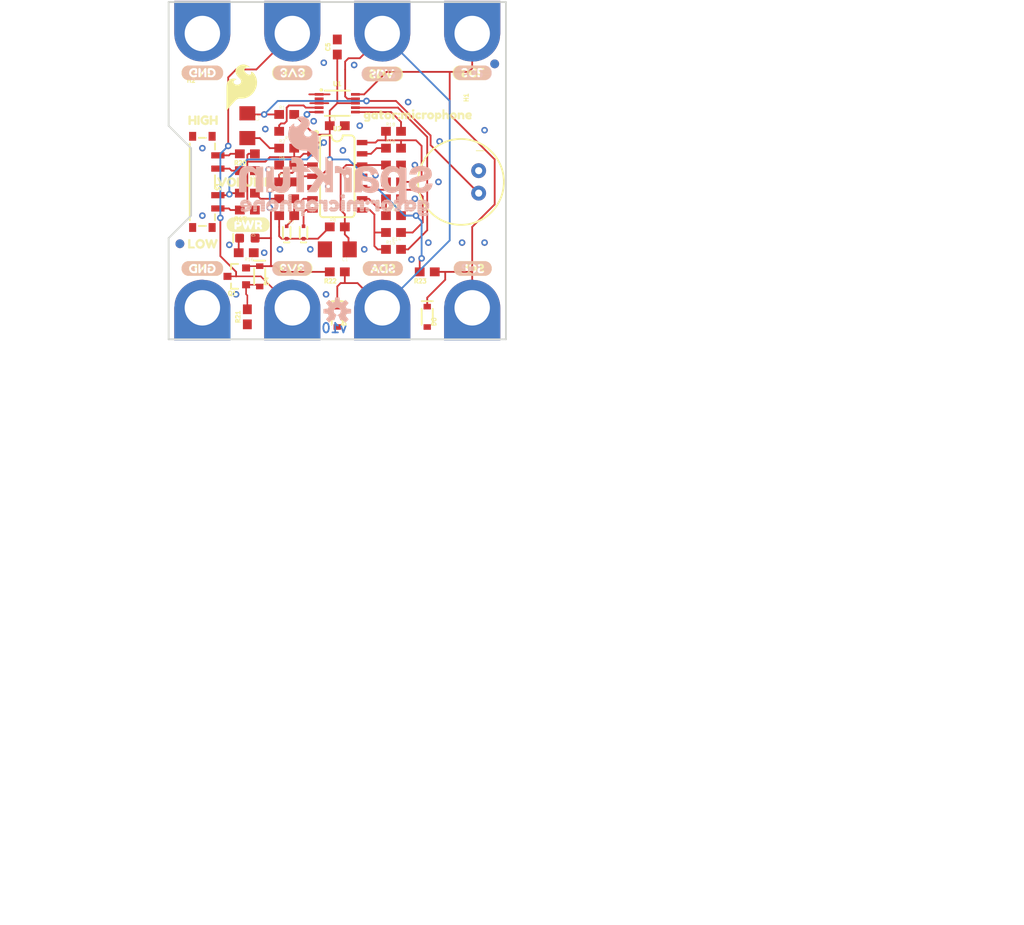
<source format=kicad_pcb>
(kicad_pcb (version 20211014) (generator pcbnew)
  (layers (0 "F.Cu" signal) (31 "B.Cu" signal) (34 "B.Paste" user) (35 "F.Paste" user) (36 "B.SilkS" user "B.Silkscreen") (37 "F.SilkS" user "F.Silkscreen") (38 "B.Mask" user) (39 "F.Mask" user) (44 "Edge.Cuts" user))
  (net 0 "")
  (net 1 "GND")
  (net 2 "N$1")
  (net 3 "N$2")
  (net 4 "AUDIO")
  (net 5 "N$4")
  (net 6 "N$5")
  (net 7 "N$6")
  (net 8 "N$7")
  (net 9 "N$8")
  (net 10 "N$9")
  (net 11 "N$10")
  (net 12 "N$11")
  (net 13 "AMPENV")
  (net 14 "N$15")
  (net 15 "N$16")
  (net 16 "N$17")
  (net 17 "GATE")
  (net 18 "N$3")
  (net 19 "ENVELOPE")
  (net 20 "N$")
  (net 21 "3.3V")
  (net 22 "N$13")
  (net 23 "N$14")
  (net 24 "N$18")
  (net 25 "SDA")
  (net 26 "SCL")
  (net 27 "N$19")
  (net 28 "N$20")
  (net 29 "N$12")
  (footprint "boardEagle:0603" (layer "F.Cu") (at 148.5011 111.3536)
    (fp_text reference "R8")
    (fp_text value "100")
  )
  (footprint "boardEagle:SOT23-3" (layer "F.Cu") (at 137.1981 116.9416 90)
    (fp_text reference "Q1")
    (fp_text value "2.5A/30V/105mΩ")
  )
  (footprint "boardEagle:3V31" (layer "F.Cu") (at 145.7071 93.9546 180)
    (fp_text reference "U$11" hide)
    (fp_text value "" hide)
  )
  (footprint "boardEagle:GATOR_MINI" (layer "F.Cu") (at 153.5811 89.7636 180)
    (fp_text reference "J6" hide)
    (fp_text value "GATORGATOR_MINI" hide)
  )
  (footprint "boardEagle:0603" (layer "F.Cu") (at 142.7861 110.0836 180)
    (fp_text reference "R7")
    (fp_text value "22k")
  )
  (footprint "boardEagle:0603" (layer "F.Cu") (at 142.7861 108.1786)
    (fp_text reference "R4")
    (fp_text value "10k")
  )
  (footprint "boardEagle:0603" (layer "F.Cu") (at 154.8511 113.8936)
    (fp_text reference "R15")
    (fp_text value "100")
  )
  (footprint "boardEagle:0603" (layer "F.Cu") (at 138.3411 109.4486 180)
    (fp_text reference "R17")
    (fp_text value "10k")
  )
  (footprint "boardEagle:0603" (layer "F.Cu") (at 142.7861 104.3686)
    (fp_text reference "R6")
    (fp_text value "10k")
  )
  (footprint "boardEagle:SOD-323" (layer "F.Cu") (at 148.5011 121.5136 -90)
    (fp_text reference "D5")
    (fp_text value "3.6V")
  )
  (footprint "boardEagle:STAND-OFF-TIGHT" (layer "F.Cu") (at 131.9911 96.7486)
    (fp_text reference "H2")
    (fp_text value "STAND-OFFTIGHT")
  )
  (footprint "boardEagle:0603" (layer "F.Cu") (at 138.2141 114.2746 180)
    (fp_text reference "R16")
    (fp_text value "1k")
  )
  (footprint "boardEagle:0603" (layer "F.Cu") (at 154.8511 110.0836)
    (fp_text reference "R11")
    (fp_text value "100k")
  )
  (footprint "boardEagle:SDA2" (layer "F.Cu") (at 151.2951 116.0526)
    (fp_text reference "U$3" hide)
    (fp_text value "" hide)
  )
  (footprint "boardEagle:0603" (layer "F.Cu") (at 142.7861 100.5586 180)
    (fp_text reference "R19")
    (fp_text value "100")
  )
  (footprint "boardEagle:STAND-OFF-TIGHT" (layer "F.Cu") (at 165.0111 96.7486 90)
    (fp_text reference "H1")
    (fp_text value "STAND-OFFTIGHT")
  )
  (footprint "boardEagle:GATOR_MINI" (layer "F.Cu") (at 153.5811 120.2436)
    (fp_text reference "J3" hide)
    (fp_text value "GATORGATOR_MINI" hide)
  )
  (footprint "boardEagle:0603" (layer "F.Cu") (at 138.3411 107.5436)
    (fp_text reference "C4")
    (fp_text value "1.0uF")
  )
  (footprint "boardEagle:SOD-323" (layer "F.Cu") (at 139.7381 116.9416 -90)
    (fp_text reference "D4")
    (fp_text value "3.6V")
  )
  (footprint "boardEagle:VOLUME2" (layer "F.Cu") (at 134.0231 106.2736)
    (fp_text reference "U$16" hide)
    (fp_text value "" hide)
  )
  (footprint "boardEagle:ORDERING_INSTRUCTIONS" (layer "F.Cu") (at 124.3711 139.2936)
    (fp_text reference "U$22" hide)
    (fp_text value "" hide)
  )
  (footprint "boardEagle:SO14" (layer "F.Cu") (at 148.5011 105.0036 -90)
    (fp_text reference "U2")
    (fp_text value "LMV324")
  )
  (footprint "boardEagle:GATOR_MINI" (layer "F.Cu") (at 143.4211 120.2436)
    (fp_text reference "J4" hide)
    (fp_text value "GATORGATOR_MINI" hide)
  )
  (footprint "boardEagle:GATOR_MINI" (layer "F.Cu") (at 163.7411 120.2436)
    (fp_text reference "J2" hide)
    (fp_text value "GATORGATOR_MINI" hide)
  )
  (footprint "boardEagle:SFE_LOGO_FLAME_.2" (layer "F.Cu") (at 137.7061 95.6056)
    (fp_text reference "LOGO3" hide)
    (fp_text value "SFE_LOGO_FLAME.2_INCH" hide)
  )
  (footprint "boardEagle:0603" (layer "F.Cu") (at 138.3411 121.5136 90)
    (fp_text reference "R21")
    (fp_text value "10k")
  )
  (footprint "boardEagle:0603" (layer "F.Cu") (at 154.8511 102.4636)
    (fp_text reference "R10")
    (fp_text value "1k")
  )
  (footprint "boardEagle:MSOP10" (layer "F.Cu") (at 148.5011 97.3836 -90)
    (fp_text reference "U1")
    (fp_text value "ADS1015")
  )
  (footprint "boardEagle:0603" (layer "F.Cu") (at 138.3411 105.0036 180)
    (fp_text reference "R3")
    (fp_text value "100k")
  )
  (footprint "boardEagle:GATOR_MINI" (layer "F.Cu") (at 163.7411 89.7636 180)
    (fp_text reference "J7" hide)
    (fp_text value "GATORGATOR_MINI" hide)
  )
  (footprint "boardEagle:MIC-9.7MM" (layer "F.Cu") (at 162.4711 106.2736 180)
    (fp_text reference "MIC1" hide)
    (fp_text value "MIC9.7MM" hide)
  )
  (footprint "boardEagle:HIGH0" (layer "F.Cu") (at 130.7211 99.2886)
    (fp_text reference "U$21" hide)
    (fp_text value "" hide)
  )
  (footprint "boardEagle:GATOR#MICROPHONE1" (layer "F.Cu") (at 150.5331 98.6536)
    (fp_text reference "U$14" hide)
    (fp_text value "" hide)
  )
  (footprint "boardEagle:PWR0" (layer "F.Cu") (at 135.9281 111.0996)
    (fp_text reference "U$4" hide)
    (fp_text value "" hide)
  )
  (footprint "boardEagle:0603" (layer "F.Cu") (at 154.8511 111.9886 180)
    (fp_text reference "R14")
    (fp_text value "100k")
  )
  (footprint "boardEagle:SWITCH_SP3T_SMD" (layer "F.Cu") (at 133.2611 106.2736 90)
    (fp_text reference "S1")
    (fp_text value "")
  )
  (footprint "boardEagle:0603" (layer "F.Cu") (at 142.7861 106.2736)
    (fp_text reference "R5")
    (fp_text value "10k")
  )
  (footprint "boardEagle:LED-0603" (layer "F.Cu") (at 138.3411 112.6236 180)
    (fp_text reference "D3")
    (fp_text value "RED")
  )
  (footprint "boardEagle:FIDUCIAL-1X2" (layer "F.Cu") (at 130.7211 113.2586)
    (fp_text reference "FID3" hide)
    (fp_text value "FIDUCIAL1X2" hide)
  )
  (footprint "boardEagle:GATOR_MINI" (layer "F.Cu") (at 143.4211 89.7636 180)
    (fp_text reference "J8" hide)
    (fp_text value "GATORGATOR_MINI" hide)
  )
  (footprint "boardEagle:SCL1" (layer "F.Cu") (at 161.5821 116.0526)
    (fp_text reference "U$2" hide)
    (fp_text value "" hide)
  )
  (footprint "boardEagle:GND0" (layer "F.Cu") (at 130.8481 116.0526)
    (fp_text reference "U$5" hide)
    (fp_text value "" hide)
  )
  (footprint "boardEagle:1206@1" (layer "F.Cu") (at 148.5011 113.8936 180)
    (fp_text reference "C1")
    (fp_text value "10uF")
  )
  (footprint "boardEagle:GATOR_MINI" (layer "F.Cu") (at 133.2611 120.2436)
    (fp_text reference "J5" hide)
    (fp_text value "GATORGATOR_MINI" hide)
  )
  (footprint "boardEagle:0603" (layer "F.Cu") (at 148.5011 91.0336 90)
    (fp_text reference "C5")
    (fp_text value "0.1uF")
  )
  (footprint "boardEagle:SOD-323" (layer "F.Cu") (at 158.6611 121.5136 -90)
    (fp_text reference "D6")
    (fp_text value "3.6V")
  )
  (footprint "boardEagle:0603" (layer "F.Cu") (at 148.5011 116.4336 180)
    (fp_text reference "R22")
    (fp_text value "10k")
  )
  (footprint "boardEagle:0603" (layer "F.Cu") (at 154.8511 108.1786 180)
    (fp_text reference "R12")
    (fp_text value "3.3k")
  )
  (footprint "boardEagle:LOW1" (layer "F.Cu") (at 130.7211 113.2586)
    (fp_text reference "U$15" hide)
    (fp_text value "" hide)
  )
  (footprint "boardEagle:0603" (layer "F.Cu") (at 154.8511 106.2736 180)
    (fp_text reference "R13")
    (fp_text value "1k")
  )
  (footprint "boardEagle:GND0" (layer "F.Cu") (at 135.6741 93.9546 180)
    (fp_text reference "U$10" hide)
    (fp_text value "" hide)
  )
  (footprint "boardEagle:0603" (layer "F.Cu") (at 142.7861 102.4636)
    (fp_text reference "R2")
    (fp_text value "1k")
  )
  (footprint "boardEagle:CREATIVE_COMMONS" (layer "F.Cu") (at 130.7211 134.2136)
    (fp_text reference "FRAME1" hide)
    (fp_text value "FRAME-LETTER" hide)
  )
  (footprint "boardEagle:SDA2" (layer "F.Cu") (at 155.9941 94.0816 180)
    (fp_text reference "U$12" hide)
    (fp_text value "" hide)
  )
  (footprint "boardEagle:GATOR_MINI" (layer "F.Cu") (at 133.2611 89.7636 180)
    (fp_text reference "J1" hide)
    (fp_text value "GATORGATOR_MINI" hide)
  )
  (footprint "boardEagle:1206@1" (layer "F.Cu") (at 138.3411 99.9236 -90)
    (fp_text reference "C2")
    (fp_text value "10uF")
  )
  (footprint "boardEagle:3V31" (layer "F.Cu") (at 141.1351 116.0526)
    (fp_text reference "U$1" hide)
    (fp_text value "" hide)
  )
  (footprint "boardEagle:0603" (layer "F.Cu") (at 142.7861 98.6536)
    (fp_text reference "R1")
    (fp_text value "2.2k")
  )
  (footprint "boardEagle:0603" (layer "F.Cu") (at 158.6611 116.4336 180)
    (fp_text reference "R23")
    (fp_text value "10k")
  )
  (footprint "boardEagle:0603" (layer "F.Cu") (at 154.8511 100.5586)
    (fp_text reference "R18")
    (fp_text value "100")
  )
  (footprint "boardEagle:0603" (layer "F.Cu") (at 154.8511 104.3686 180)
    (fp_text reference "R9")
    (fp_text value "10k")
  )
  (footprint "boardEagle:SOD-523" (layer "F.Cu") (at 142.7861 111.9886 -90)
    (fp_text reference "D1" hide)
    (fp_text value "120mA/40V/370mV" hide)
  )
  (footprint "boardEagle:0603" (layer "F.Cu") (at 138.3411 103.0986 180)
    (fp_text reference "R20")
    (fp_text value "1M")
  )
  (footprint "boardEagle:SCL1" (layer "F.Cu") (at 165.9001 93.9546 180)
    (fp_text reference "U$13" hide)
    (fp_text value "" hide)
  )
  (footprint "boardEagle:SOD-523" (layer "F.Cu") (at 144.6911 111.9886 -90)
    (fp_text reference "D2" hide)
    (fp_text value "120mA/40V/370mV" hide)
  )
  (footprint "boardEagle:0603" (layer "F.Cu") (at 148.5011 99.9236)
    (fp_text reference "C3")
    (fp_text value "1.0uF")
  )
  (footprint "boardEagle:FIDUCIAL-1X2" (layer "F.Cu") (at 166.2811 92.9386)
    (fp_text reference "FID4" hide)
    (fp_text value "FIDUCIAL1X2" hide)
  )
  (footprint "boardEagle:GND0" (layer "B.Cu") (at 130.8481 93.9546)
    (fp_text reference "U$17" hide)
    (fp_text value "" hide)
  )
  (footprint "boardEagle:SCL1" (layer "B.Cu") (at 166.0271 116.0526 180)
    (fp_text reference "U$9" hide)
    (fp_text value "" hide)
  )
  (footprint "boardEagle:3V31" (layer "B.Cu") (at 141.1351 93.9546)
    (fp_text reference "U$18" hide)
    (fp_text value "" hide)
  )
  (footprint "boardEagle:OSHW-LOGO-S" (layer "B.Cu") (at 148.5011 120.8786 180)
    (fp_text reference "LOGO1" hide)
    (fp_text value "OSHW-LOGOS" hide)
  )
  (footprint "boardEagle:GND0" (layer "B.Cu") (at 135.6741 116.0526 180)
    (fp_text reference "U$6" hide)
    (fp_text value "" hide)
  )
  (footprint "boardEagle:FIDUCIAL-1X2" (layer "B.Cu") (at 166.2811 92.9386 180)
    (fp_text reference "FID2" hide)
    (fp_text value "FIDUCIAL1X2" hide)
  )
  (footprint "boardEagle:SDA2" (layer "B.Cu") (at 155.9941 116.0526 180)
    (fp_text reference "U$8" hide)
    (fp_text value "" hide)
  )
  (footprint "boardEagle:SDA2" (layer "B.Cu") (at 151.1681 94.0816)
    (fp_text reference "U$19" hide)
    (fp_text value "" hide)
  )
  (footprint "boardEagle:GATOR#MICROPHONE0" (layer "B.Cu") (at 160.5661 108.6866 180)
    (fp_text reference "U$24" hide)
    (fp_text value "" hide)
  )
  (footprint "boardEagle:3V31" (layer "B.Cu") (at 145.7071 116.0526 180)
    (fp_text reference "U$7" hide)
    (fp_text value "" hide)
  )
  (footprint "boardEagle:FIDUCIAL-1X2" (layer "B.Cu") (at 130.7211 113.2586 180)
    (fp_text reference "FID1" hide)
    (fp_text value "FIDUCIAL1X2" hide)
  )
  (footprint "boardEagle:SFE_LOGO_NAME_FLAME_.2" (layer "B.Cu") (at 148.2471 106.2736 180)
    (fp_text reference "LOGO2" hide)
    (fp_text value "SFE_LOGO_NAME_FLAME.2_INCH" hide)
  )
  (footprint "boardEagle:PAD.03X.03" (layer "B.Cu") (at 145.0721 98.6536 180)
    (fp_text reference "TP1" hide)
    (fp_text value "TEST-POINT3" hide)
  )
  (footprint "boardEagle:SCL1" (layer "B.Cu") (at 161.5821 93.9546)
    (fp_text reference "U$20" hide)
    (fp_text value "" hide)
  )
  (gr_line (start 129.4511 85.9536) (end 129.4511 99.9236) (layer "Edge.Cuts") (width 0.2032))
  (gr_line (start 129.4511 99.9236) (end 131.9911 102.4636) (layer "Edge.Cuts") (width 0.2032))
  (gr_line (start 167.5511 85.9536) (end 129.4511 85.9536) (layer "Edge.Cuts") (width 0.2032))
  (gr_line (start 131.9911 102.4636) (end 131.9911 110.0836) (layer "Edge.Cuts") (width 0.2032))
  (gr_line (start 167.5511 124.0536) (end 167.5511 85.9536) (layer "Edge.Cuts") (width 0.2032))
  (gr_line (start 131.9911 110.0836) (end 129.4511 112.6236) (layer "Edge.Cuts") (width 0.2032))
  (gr_line (start 129.4511 124.0536) (end 167.5511 124.0536) (layer "Edge.Cuts") (width 0.2032))
  (gr_line (start 129.4511 112.6236) (end 129.4511 124.0536) (layer "Edge.Cuts") (width 0.2032))
  (gr_text "v10" (at 146.5961 122.7836) (layer "B.Cu") (effects (font (size 1.0795 1.0795) (thickness 0.1905)) (justify right mirror)))
  (segment (start 146.4511 97.3836) (end 145.4531 97.3836) (width 0.2032) (layer "F.Cu") (net 1))
  (segment (start 146.4511 96.3836) (end 147.6281 96.3836) (width 0.2032) (layer "F.Cu") (net 1))
  (segment (start 146.4511 97.3836) (end 147.4851 97.3836) (width 0.2032) (layer "F.Cu") (net 1))
  (segment (start 146.4511 96.3836) (end 145.3421 96.3836) (width 0.2032) (layer "F.Cu") (net 1))
  (via (at 140.2461 114.2746) (size 0.7366) (drill 0.381) (layers "F.Cu" "B.Cu") (net 1))
  (via (at 140.7541 104.8766) (size 0.7366) (drill 0.381) (layers "F.Cu" "B.Cu") (net 1))
  (via (at 151.0411 99.9236) (size 0.7366) (drill 0.381) (layers "F.Cu" "B.Cu") (net 1))
  (via (at 145.8341 99.4156) (size 0.7366) (drill 0.381) (layers "F.Cu" "B.Cu") (net 1))
  (via (at 133.2611 110.0836) (size 0.7366) (drill 0.381) (layers "F.Cu" "B.Cu") (net 1))
  (via (at 133.2611 102.4636) (size 0.7366) (drill 0.381) (layers "F.Cu" "B.Cu") (net 1))
  (via (at 156.8831 115.0366) (size 0.7366) (drill 0.381) (layers "F.Cu" "B.Cu") (net 1))
  (via (at 146.9771 92.8116) (size 0.7366) (drill 0.381) (layers "F.Cu" "B.Cu") (net 1))
  (via (at 165.1381 100.4316) (size 0.7366) (drill 0.381) (layers "F.Cu" "B.Cu") (net 1))
  (via (at 157.2641 108.1786) (size 0.7366) (drill 0.381) (layers "F.Cu" "B.Cu") (net 1))
  (via (at 162.5981 113.1316) (size 0.7366) (drill 0.381) (layers "F.Cu" "B.Cu") (net 1))
  (via (at 152.8191 105.5116) (size 0.7366) (drill 0.381) (layers "F.Cu" "B.Cu") (net 1))
  (via (at 157.2641 104.3686) (size 0.7366) (drill 0.381) (layers "F.Cu" "B.Cu") (net 1))
  (via (at 151.5491 113.8936) (size 0.7366) (drill 0.381) (layers "F.Cu" "B.Cu") (net 1))
  (via (at 149.6441 105.6386) (size 0.7366) (drill 0.381) (layers "F.Cu" "B.Cu") (net 1))
  (via (at 147.4851 106.7816) (size 0.7366) (drill 0.381) (layers "F.Cu" "B.Cu") (net 1))
  (via (at 142.0241 113.8936) (size 0.7366) (drill 0.381) (layers "F.Cu" "B.Cu") (net 1))
  (via (at 140.3731 100.3046) (size 0.7366) (drill 0.381) (layers "F.Cu" "B.Cu") (net 1))
  (via (at 158.7881 113.1316) (size 0.7366) (drill 0.381) (layers "F.Cu" "B.Cu") (net 1))
  (via (at 147.2311 118.9736) (size 0.7366) (drill 0.381) (layers "F.Cu" "B.Cu") (net 1))
  (via (at 165.1381 113.1316) (size 0.7366) (drill 0.381) (layers "F.Cu" "B.Cu") (net 1))
  (via (at 136.3091 113.3856) (size 0.7366) (drill 0.381) (layers "F.Cu" "B.Cu") (net 1))
  (via (at 145.4531 113.8936) (size 0.7366) (drill 0.381) (layers "F.Cu" "B.Cu") (net 1))
  (via (at 160.0581 101.7016) (size 0.7366) (drill 0.381) (layers "F.Cu" "B.Cu") (net 1))
  (via (at 137.0711 118.9736) (size 0.7366) (drill 0.381) (layers "F.Cu" "B.Cu") (net 1))
  (via (at 156.5021 97.2566) (size 0.7366) (drill 0.381) (layers "F.Cu" "B.Cu") (net 1))
  (via (at 149.1361 102.7176) (size 0.7366) (drill 0.381) (layers "F.Cu" "B.Cu") (net 1))
  (via (at 159.9311 106.2736) (size 0.7366) (drill 0.381) (layers "F.Cu" "B.Cu") (net 1))
  (via (at 150.4061 93.0656) (size 0.7366) (drill 0.381) (layers "F.Cu" "B.Cu") (net 1))
  (segment (start 138.4711 98.6536) (end 138.3411 98.5236) (width 0.2032) (layer "F.Cu") (net 2))
  (segment (start 140.2461 98.6536) (end 138.4711 98.6536) (width 0.2032) (layer "F.Cu") (net 2))
  (segment (start 159.0421 101.035782) (end 155.135918 97.1296) (width 0.2032) (layer "F.Cu") (net 2))
  (segment (start 141.9361 98.6536) (end 140.2461 98.6536) (width 0.2032) (layer "F.Cu") (net 2))
  (segment (start 164.4711 107.5436) (end 159.0421 102.1146) (width 0.2032) (layer "F.Cu") (net 2))
  (segment (start 159.0421 102.1146) (end 159.0421 101.035782) (width 0.2032) (layer "F.Cu") (net 2))
  (segment (start 155.135918 97.1296) (end 151.8031 97.1296) (width 0.2032) (layer "F.Cu") (net 2))
  (via (at 151.8031 97.1296) (size 0.7366) (drill 0.381) (layers "F.Cu" "B.Cu") (net 2))
  (via (at 140.2461 98.6536) (size 0.7366) (drill 0.381) (layers "F.Cu" "B.Cu") (net 2))
  (segment (start 141.7701 97.1296) (end 140.2461 98.6536) (width 0.2032) (layer "B.Cu") (net 2))
  (segment (start 151.8031 97.1296) (end 141.7701 97.1296) (width 0.2032) (layer "B.Cu") (net 2))
  (segment (start 143.6361 104.3686) (end 145.7011 104.3686) (width 0.2032) (layer "F.Cu") (net 3))
  (segment (start 142.1511 105.2576) (end 141.9361 105.4726) (width 0.2032) (layer "F.Cu") (net 3))
  (segment (start 143.6361 104.3686) (end 143.6361 105.0426) (width 0.2032) (layer "F.Cu") (net 3))
  (segment (start 143.4211 105.2576) (end 142.1511 105.2576) (width 0.2032) (layer "F.Cu") (net 3))
  (segment (start 141.9361 105.4726) (end 141.9361 106.2736) (width 0.2032) (layer "F.Cu") (net 3))
  (segment (start 143.6361 105.0426) (end 143.4211 105.2576) (width 0.2032) (layer "F.Cu") (net 3))
  (segment (start 145.9611 97.8836) (end 146.4511 97.8836) (width 0.2032) (layer "F.Cu") (net 4))
  (segment (start 145.9611 97.8836) (end 144.9371 97.8836) (width 0.2032) (layer "F.Cu") (net 4))
  (segment (start 142.7861 97.8916) (end 142.7861 99.4156) (width 0.2032) (layer "F.Cu") (net 4))
  (segment (start 143.0401 97.6376) (end 142.7861 97.8916) (width 0.2032) (layer "F.Cu") (net 4))
  (segment (start 143.0401 97.6376) (end 142.7861 97.8916) (width 0.2032) (layer "F.Cu") (net 4))
  (segment (start 142.1511 99.6696) (end 141.9361 99.8846) (width 0.2032) (layer "F.Cu") (net 4))
  (segment (start 142.7861 99.4156) (end 142.5321 99.6696) (width 0.2032) (layer "F.Cu") (net 4))
  (segment (start 144.6911 97.6376) (end 143.0401 97.6376) (width 0.2032) (layer "F.Cu") (net 4))
  (segment (start 141.9361 99.8846) (end 141.9361 100.5586) (width 0.2032) (layer "F.Cu") (net 4))
  (segment (start 142.5321 99.6696) (end 142.1511 99.6696) (width 0.2032) (layer "F.Cu") (net 4))
  (segment (start 144.9371 97.8836) (end 144.6911 97.6376) (width 0.2032) (layer "F.Cu") (net 4))
  (segment (start 140.8811 103.4796) (end 140.3731 103.9876) (width 0.2032) (layer "F.Cu") (net 5))
  (segment (start 140.3731 103.9876) (end 138.3411 103.9876) (width 0.2032) (layer "F.Cu") (net 5))
  (segment (start 144.3101 103.4796) (end 144.6911 103.0986) (width 0.2032) (layer "F.Cu") (net 5))
  (segment (start 144.3101 103.4796) (end 143.6751 103.4796) (width 0.2032) (layer "F.Cu") (net 5))
  (segment (start 139.1911 105.0036) (end 138.3411 105.0036) (width 0.2032) (layer "F.Cu") (net 5))
  (segment (start 139.1911 109.4486) (end 138.3411 108.5986) (width 0.2032) (layer "F.Cu") (net 5))
  (segment (start 138.3411 108.5986) (end 138.3411 105.0036) (width 0.2032) (layer "F.Cu") (net 5))
  (segment (start 138.3411 103.9876) (end 138.3411 103.2256) (width 0.2032) (layer "F.Cu") (net 5))
  (segment (start 138.3411 105.0036) (end 138.3411 103.9876) (width 0.2032) (layer "F.Cu") (net 5))
  (segment (start 144.6911 103.0986) (end 145.7011 103.0986) (width 0.2032) (layer "F.Cu") (net 5))
  (segment (start 138.4681 103.0986) (end 139.1911 103.0986) (width 0.2032) (layer "F.Cu") (net 5))
  (segment (start 143.6751 103.4796) (end 140.8811 103.4796) (width 0.2032) (layer "F.Cu") (net 5))
  (segment (start 143.6361 103.4406) (end 143.6751 103.4796) (width 0.2032) (layer "F.Cu") (net 5))
  (segment (start 143.6361 102.4636) (end 143.6361 103.4406) (width 0.2032) (layer "F.Cu") (net 5))
  (segment (start 138.3411 103.2256) (end 138.4681 103.0986) (width 0.2032) (layer "F.Cu") (net 5))
  (segment (start 140.8811 102.4636) (end 139.7411 101.3236) (width 0.2032) (layer "F.Cu") (net 6))
  (segment (start 141.9361 102.4636) (end 140.8811 102.4636) (width 0.2032) (layer "F.Cu") (net 6))
  (segment (start 139.7411 101.3236) (end 138.3411 101.3236) (width 0.2032) (layer "F.Cu") (net 6))
  (segment (start 139.1911 107.5436) (end 139.8261 108.1786) (width 0.2032) (layer "F.Cu") (net 7))
  (segment (start 139.8261 108.1786) (end 141.9361 108.1786) (width 0.2032) (layer "F.Cu") (net 7))
  (segment (start 143.6361 110.3766) (end 142.7861 111.2266) (width 0.2032) (layer "F.Cu") (net 8))
  (segment (start 142.7861 111.2266) (end 142.7861 111.2886) (width 0.2032) (layer "F.Cu") (net 8))
  (segment (start 143.6361 108.1786) (end 143.6361 108.5596) (width 0.2032) (layer "F.Cu") (net 8))
  (segment (start 143.6361 110.0836) (end 143.6361 110.3766) (width 0.2032) (layer "F.Cu") (net 8))
  (segment (start 144.3101 108.5596) (end 143.6361 108.5596) (width 0.2032) (layer "F.Cu") (net 8))
  (segment (start 143.6361 108.5596) (end 143.6361 110.0836) (width 0.2032) (layer "F.Cu") (net 8))
  (segment (start 145.7011 108.1786) (end 144.6911 108.1786) (width 0.2032) (layer "F.Cu") (net 8))
  (segment (start 144.6911 108.1786) (end 144.3101 108.5596) (width 0.2032) (layer "F.Cu") (net 8))
  (segment (start 145.7011 109.4486) (end 144.9451 109.4486) (width 0.2032) (layer "F.Cu") (net 9))
  (segment (start 144.9451 109.4486) (end 144.6911 109.7026) (width 0.2032) (layer "F.Cu") (net 9))
  (segment (start 144.6911 109.7026) (end 144.6911 111.2886) (width 0.2032) (layer "F.Cu") (net 9))
  (segment (start 142.7861 112.6886) (end 144.6911 112.6886) (width 0.2032) (layer "F.Cu") (net 10))
  (segment (start 141.9361 111.3536) (end 141.9361 112.4086) (width 0.2032) (layer "F.Cu") (net 10))
  (segment (start 141.9361 112.4086) (end 142.2161 112.6886) (width 0.2032) (layer "F.Cu") (net 10))
  (segment (start 142.2161 112.6886) (end 142.7861 112.6886) (width 0.2032) (layer "F.Cu") (net 10))
  (segment (start 144.6911 112.6886) (end 146.3161 112.6886) (width 0.2032) (layer "F.Cu") (net 10))
  (segment (start 146.3161 112.6886) (end 147.6511 111.3536) (width 0.2032) (layer "F.Cu") (net 10))
  (segment (start 141.9361 110.0836) (end 141.9361 111.3536) (width 0.2032) (layer "F.Cu") (net 10))
  (segment (start 148.8821 105.0036) (end 148.8821 109.4486) (width 0.2032) (layer "F.Cu") (net 11))
  (segment (start 149.3511 112.2036) (end 149.3511 111.3536) (width 0.2032) (layer "F.Cu") (net 11))
  (segment (start 149.7711 113.7636) (end 149.7711 112.6236) (width 0.2032) (layer "F.Cu") (net 11))
  (segment (start 148.8821 109.4486) (end 149.3511 109.9176) (width 0.2032) (layer "F.Cu") (net 11))
  (segment (start 149.5171 104.3686) (end 148.8821 105.0036) (width 0.2032) (layer "F.Cu") (net 11))
  (segment (start 151.3011 104.3686) (end 154.0011 104.3686) (width 0.2032) (layer "F.Cu") (net 11))
  (segment (start 149.9011 113.8936) (end 149.7711 113.7636) (width 0.2032) (layer "F.Cu") (net 11))
  (segment (start 149.3511 109.9176) (end 149.3511 111.3536) (width 0.2032) (layer "F.Cu") (net 11))
  (segment (start 151.3011 104.3686) (end 149.5171 104.3686) (width 0.2032) (layer "F.Cu") (net 11))
  (segment (start 149.7711 112.6236) (end 149.3511 112.2036) (width 0.2032) (layer "F.Cu") (net 11))
  (segment (start 151.3011 103.0986) (end 152.3111 103.0986) (width 0.2032) (layer "F.Cu") (net 12))
  (segment (start 152.9461 102.4636) (end 154.0011 102.4636) (width 0.2032) (layer "F.Cu") (net 12))
  (segment (start 152.3111 103.0986) (end 152.9461 102.4636) (width 0.2032) (layer "F.Cu") (net 12))
  (segment (start 153.0731 101.5746) (end 152.8191 101.8286) (width 0.2032) (layer "F.Cu") (net 13))
  (segment (start 157.3911 106.2736) (end 158.0261 105.6386) (width 0.2032) (layer "F.Cu") (net 13))
  (segment (start 152.8191 101.8286) (end 151.3011 101.8286) (width 0.2032) (layer "F.Cu") (net 13))
  (segment (start 153.9621 100.5976) (end 153.9621 101.5746) (width 0.2032) (layer "F.Cu") (net 13))
  (segment (start 155.7011 102.4636) (end 155.7011 101.6136) (width 0.2032) (layer "F.Cu") (net 13))
  (segment (start 158.0261 102.2096) (end 158.0261 105.6386) (width 0.2032) (layer "F.Cu") (net 13))
  (segment (start 153.9621 101.5746) (end 153.0731 101.5746) (width 0.2032) (layer "F.Cu") (net 13))
  (segment (start 155.7011 106.2736) (end 157.3911 106.2736) (width 0.2032) (layer "F.Cu") (net 13))
  (segment (start 155.7401 101.5746) (end 157.3911 101.5746) (width 0.2032) (layer "F.Cu") (net 13))
  (segment (start 155.7011 101.6136) (end 155.7401 101.5746) (width 0.2032) (layer "F.Cu") (net 13))
  (segment (start 157.3911 101.5746) (end 158.0261 102.2096) (width 0.2032) (layer "F.Cu") (net 13))
  (segment (start 154.0011 100.5586) (end 153.9621 100.5976) (width 0.2032) (layer "F.Cu") (net 13))
  (segment (start 155.7401 101.5746) (end 153.9621 101.5746) (width 0.2032) (layer "F.Cu") (net 13))
  (segment (start 153.0731 109.1946) (end 154.0011 109.1946) (width 0.2032) (layer "F.Cu") (net 14))
  (segment (start 154.0011 108.1786) (end 154.0011 109.1946) (width 0.2032) (layer "F.Cu") (net 14))
  (segment (start 151.3011 108.1786) (end 152.0571 108.1786) (width 0.2032) (layer "F.Cu") (net 14))
  (segment (start 154.0011 109.1946) (end 154.0011 110.0836) (width 0.2032) (layer "F.Cu") (net 14))
  (segment (start 152.0571 108.1786) (end 153.0731 109.1946) (width 0.2032) (layer "F.Cu") (net 14))
  (segment (start 154.0011 107.1236) (end 153.9621 107.1626) (width 0.2032) (layer "F.Cu") (net 15))
  (segment (start 154.0011 106.2736) (end 154.0011 107.1236) (width 0.2032) (layer "F.Cu") (net 15))
  (segment (start 158.1531 107.9246) (end 157.3911 107.1626) (width 0.2032) (layer "F.Cu") (net 15))
  (segment (start 152.8191 106.9086) (end 153.0731 107.1626) (width 0.2032) (layer "F.Cu") (net 15))
  (segment (start 158.1531 110.8456) (end 158.1531 107.9246) (width 0.2032) (layer "F.Cu") (net 15))
  (segment (start 151.3011 106.9086) (end 152.8191 106.9086) (width 0.2032) (layer "F.Cu") (net 15))
  (segment (start 153.0731 107.1626) (end 153.9621 107.1626) (width 0.2032) (layer "F.Cu") (net 15))
  (segment (start 157.0101 111.9886) (end 158.1531 110.8456) (width 0.2032) (layer "F.Cu") (net 15))
  (segment (start 153.9621 107.1626) (end 157.3911 107.1626) (width 0.2032) (layer "F.Cu") (net 15))
  (segment (start 155.7011 111.9886) (end 157.0101 111.9886) (width 0.2032) (layer "F.Cu") (net 15))
  (segment (start 152.1841 109.4486) (end 152.6921 109.9566) (width 0.2032) (layer "F.Cu") (net 16))
  (segment (start 151.3011 109.4486) (end 152.1841 109.4486) (width 0.2032) (layer "F.Cu") (net 16))
  (segment (start 152.6921 111.9886) (end 152.6921 113.5126) (width 0.2032) (layer "F.Cu") (net 16))
  (segment (start 152.6921 109.9566) (end 152.6921 111.9886) (width 0.2032) (layer "F.Cu") (net 16))
  (segment (start 153.0731 113.8936) (end 154.0011 113.8936) (width 0.2032) (layer "F.Cu") (net 16))
  (segment (start 154.0011 111.9886) (end 152.6921 111.9886) (width 0.2032) (layer "F.Cu") (net 16))
  (segment (start 152.6921 113.5126) (end 153.0731 113.8936) (width 0.2032) (layer "F.Cu") (net 16))
  (segment (start 158.6611 111.7346) (end 156.5021 113.8936) (width 0.2032) (layer "F.Cu") (net 17))
  (segment (start 150.5511 97.8836) (end 155.3511 97.8836) (width 0.2032) (layer "F.Cu") (net 17))
  (segment (start 158.6611 101.1936) (end 158.6611 111.7346) (width 0.2032) (layer "F.Cu") (net 17))
  (segment (start 156.5021 113.8936) (end 155.7011 113.8936) (width 0.2032) (layer "F.Cu") (net 17))
  (segment (start 155.3511 97.8836) (end 158.6611 101.1936) (width 0.2032) (layer "F.Cu") (net 17))
  (segment (start 137.3641 112.7236) (end 137.3641 114.2746) (width 0.2032) (layer "F.Cu") (net 18))
  (segment (start 137.4641 112.6236) (end 137.3641 112.7236) (width 0.2032) (layer "F.Cu") (net 18))
  (segment (start 154.5811 98.3836) (end 155.7011 99.5036) (width 0.2032) (layer "F.Cu") (net 19))
  (segment (start 155.7011 99.5036) (end 155.7011 100.5586) (width 0.2032) (layer "F.Cu") (net 19))
  (segment (start 150.5511 98.3836) (end 154.5811 98.3836) (width 0.2032) (layer "F.Cu") (net 19))
  (segment (start 145.7011 101.8286) (end 146.9771 101.8286) (width 0.2032) (layer "F.Cu") (net 20))
  (segment (start 145.7011 101.8286) (end 144.9061 101.8286) (width 0.2032) (layer "F.Cu") (net 20))
  (segment (start 136.4361 107.5436) (end 137.4911 107.5436) (width 0.2032) (layer "F.Cu") (net 20))
  (segment (start 136.3091 107.6706) (end 136.4361 107.5436) (width 0.2032) (layer "F.Cu") (net 20))
  (segment (start 136.2061 107.7736) (end 136.3091 107.6706) (width 0.2032) (layer "F.Cu") (net 20))
  (segment (start 135.0111 107.7736) (end 136.2061 107.7736) (width 0.2032) (layer "F.Cu") (net 20))
  (segment (start 144.9061 101.8286) (end 143.6361 100.5586) (width 0.2032) (layer "F.Cu") (net 20))
  (via (at 136.3091 107.6706) (size 0.7366) (drill 0.381) (layers "F.Cu" "B.Cu") (net 20))
  (via (at 146.9771 101.8286) (size 0.7366) (drill 0.381) (layers "F.Cu" "B.Cu") (net 20))
  (segment (start 136.3091 105.7656) (end 136.3091 107.6706) (width 0.2032) (layer "B.Cu") (net 20))
  (segment (start 145.0721 103.7336) (end 138.3411 103.7336) (width 0.2032) (layer "B.Cu") (net 20))
  (segment (start 138.3411 103.7336) (end 136.3091 105.7656) (width 0.2032) (layer "B.Cu") (net 20))
  (segment (start 146.9771 101.8286) (end 145.0721 103.7336) (width 0.2032) (layer "B.Cu") (net 20))
  (segment (start 147.6511 104.5836) (end 147.6511 103.7336) (width 0.2032) (layer "F.Cu") (net 21))
  (segment (start 140.8811 112.6236) (end 141.0081 112.6236) (width 0.2032) (layer "F.Cu") (net 21))
  (segment (start 141.0081 109.3216) (end 140.8811 109.1946) (width 0.2032) (layer "F.Cu") (net 21))
  (segment (start 138.3981 115.7916) (end 139.7381 115.7916) (width 0.1778) (layer "F.Cu") (net 21))
  (segment (start 146.5961 105.6386) (end 145.7011 105.6386) (width 0.2032) (layer "F.Cu") (net 21))
  (segment (start 138.1981 115.9916) (end 138.3981 115.7916) (width 0.1778) (layer "F.Cu") (net 21))
  (segment (start 144.2711 105.6386) (end 144.1636 105.7461) (width 0.2032) (layer "F.Cu") (net 21))
  (segment (start 142.7471 107.1626) (end 143.6361 106.2736) (width 0.2032) (layer "F.Cu") (net 21))
  (segment (start 147.6511 104.5836) (end 146.5961 105.6386) (width 0.2032) (layer "F.Cu") (net 21))
  (segment (start 144.2711 105.6386) (end 144.1636 105.7461) (width 0.1778) (layer "F.Cu") (net 21))
  (segment (start 150.5511 97.3836) (end 148.5011 97.3836) (width 0.2032) (layer "F.Cu") (net 21))
  (segment (start 158.0261 114.9096) (end 157.8111 115.1246) (width 0.2032) (layer "F.Cu") (net 21))
  (segment (start 147.6511 103.7336) (end 147.6511 100.9396) (width 0.2032) (layer "F.Cu") (net 21))
  (segment (start 141.5091 115.7916) (end 142.1511 116.4336) (width 0.2032) (layer "F.Cu") (net 21))
  (segment (start 147.6511 98.2336) (end 147.6511 99.9236) (width 0.2032) (layer "F.Cu") (net 21))
  (segment (start 145.7011 105.6386) (end 144.2711 105.6386) (width 0.2032) (layer "F.Cu") (net 21))
  (segment (start 141.0081 112.6236) (end 141.0081 109.3216) (width 0.2032) (layer "F.Cu") (net 21))
  (segment (start 144.1636 105.7461) (end 143.6361 106.2736) (width 0.1778) (layer "F.Cu") (net 21))
  (segment (start 141.1351 115.7916) (end 141.5091 115.7916) (width 0.2032) (layer "F.Cu") (net 21))
  (segment (start 145.9221 100.9396) (end 147.6511 100.9396) (width 0.2032) (layer "F.Cu") (net 21))
  (segment (start 148.5011 97.3836) (end 148.5011 91.8836) (width 0.2032) (layer "F.Cu") (net 21))
  (segment (start 148.5011 97.3836) (end 147.6511 98.2336) (width 0.2032) (layer "F.Cu") (net 21))
  (segment (start 143.6361 98.6536) (end 145.9221 100.9396) (width 0.2032) (layer "F.Cu") (net 21))
  (segment (start 139.2181 112.6236) (end 140.8811 112.6236) (width 0.2032) (layer "F.Cu") (net 21))
  (segment (start 142.1511 116.4336) (end 147.6511 116.4336) (width 0.2032) (layer "F.Cu") (net 21))
  (segment (start 157.8111 115.1246) (end 157.8111 116.4336) (width 0.2032) (layer "F.Cu") (net 21))
  (segment (start 140.8811 115.7916) (end 141.0081 115.7916) (width 0.2032) (layer "F.Cu") (net 21))
  (segment (start 139.7381 115.7916) (end 140.8811 115.7916) (width 0.2032) (layer "F.Cu") (net 21))
  (segment (start 147.6511 100.9396) (end 147.6511 99.9236) (width 0.2032) (layer "F.Cu") (net 21))
  (segment (start 141.0081 115.7916) (end 141.1351 115.7916) (width 0.2032) (layer "F.Cu") (net 21))
  (segment (start 141.0081 115.7916) (end 141.0081 112.6236) (width 0.2032) (layer "F.Cu") (net 21))
  (segment (start 155.7011 110.0836) (end 157.3911 110.0836) (width 0.2032) (layer "F.Cu") (net 21))
  (segment (start 140.8811 107.1626) (end 142.7471 107.1626) (width 0.2032) (layer "F.Cu") (net 21))
  (via (at 157.3911 110.0836) (size 0.7366) (drill 0.381) (layers "F.Cu" "B.Cu") (net 21))
  (via (at 158.0261 114.9096) (size 0.7366) (drill 0.381) (layers "F.Cu" "B.Cu") (net 21))
  (via (at 140.8811 107.1626) (size 0.7366) (drill 0.381) (layers "F.Cu" "B.Cu") (net 21))
  (via (at 147.6511 103.7336) (size 0.7366) (drill 0.381) (layers "F.Cu" "B.Cu") (net 21))
  (via (at 140.8811 109.1946) (size 0.7366) (drill 0.381) (layers "F.Cu" "B.Cu") (net 21))
  (segment (start 158.0261 110.7186) (end 158.0261 114.9096) (width 0.2032) (layer "B.Cu") (net 21))
  (segment (start 140.8811 109.1946) (end 140.8811 107.1626) (width 0.2032) (layer "B.Cu") (net 21))
  (segment (start 157.3911 110.0836) (end 158.0261 110.7186) (width 0.2032) (layer "B.Cu") (net 21))
  (segment (start 157.3911 110.0836) (end 156.1211 110.0836) (width 0.2032) (layer "B.Cu") (net 21))
  (segment (start 156.1211 110.0836) (end 149.7711 103.7336) (width 0.2032) (layer "B.Cu") (net 21))
  (segment (start 149.7711 103.7336) (end 147.6511 103.7336) (width 0.2032) (layer "B.Cu") (net 21))
  (segment (start 136.4361 109.4486) (end 137.4911 109.4486) (width 0.2032) (layer "F.Cu") (net 22))
  (segment (start 136.2611 109.2736) (end 136.4361 109.4486) (width 0.2032) (layer "F.Cu") (net 22))
  (segment (start 135.0111 109.2736) (end 136.2611 109.2736) (width 0.2032) (layer "F.Cu") (net 22))
  (segment (start 136.5631 105.0036) (end 136.3331 104.7736) (width 0.2032) (layer "F.Cu") (net 23))
  (segment (start 136.3331 104.7736) (end 135.0111 104.7736) (width 0.2032) (layer "F.Cu") (net 23))
  (segment (start 137.4911 105.0036) (end 136.5631 105.0036) (width 0.2032) (layer "F.Cu") (net 23))
  (segment (start 136.4361 103.0986) (end 137.4911 103.0986) (width 0.2032) (layer "F.Cu") (net 24))
  (segment (start 136.2611 103.2736) (end 136.4361 103.0986) (width 0.2032) (layer "F.Cu") (net 24))
  (segment (start 135.0111 103.2736) (end 136.2611 103.2736) (width 0.2032) (layer "F.Cu") (net 24))
  (segment (start 149.3901 93.5736) (end 149.3901 96.6216) (width 0.2032) (layer "F.Cu") (net 25))
  (segment (start 149.7711 92.3036) (end 149.3901 92.6846) (width 0.2032) (layer "F.Cu") (net 25))
  (segment (start 149.3901 92.6846) (end 149.3901 93.5736) (width 0.2032) (layer "F.Cu") (net 25))
  (segment (start 149.3511 116.4336) (end 149.3511 117.6646) (width 0.2032) (layer "F.Cu") (net 25))
  (segment (start 149.3901 117.7036) (end 148.8821 117.7036) (width 0.2032) (layer "F.Cu") (net 25))
  (segment (start 153.5811 89.5096) (end 153.5811 89.7636) (width 0.2032) (layer "F.Cu") (net 25))
  (segment (start 149.3901 96.6216) (end 149.6521 96.8836) (width 0.2032) (layer "F.Cu") (net 25))
  (segment (start 148.8821 117.7036) (end 148.5011 118.0846) (width 0.2032) (layer "F.Cu") (net 25))
  (segment (start 149.6521 96.8836) (end 150.5511 96.8836) (width 0.2032) (layer "F.Cu") (net 25))
  (segment (start 150.7871 117.7036) (end 149.3901 117.7036) (width 0.2032) (layer "F.Cu") (net 25))
  (segment (start 149.3511 117.6646) (end 149.3901 117.7036) (width 0.2032) (layer "F.Cu") (net 25))
  (segment (start 151.0411 92.3036) (end 149.7711 92.3036) (width 0.2032) (layer "F.Cu") (net 25))
  (segment (start 153.5811 89.7636) (end 151.0411 92.3036) (width 0.2032) (layer "F.Cu") (net 25))
  (segment (start 153.5811 120.4976) (end 150.7871 117.7036) (width 0.2032) (layer "F.Cu") (net 25))
  (segment (start 148.5011 118.0846) (end 148.5011 120.3636) (width 0.2032) (layer "F.Cu") (net 25))
  (segment (start 161.2011 97.1296) (end 161.2011 112.8776) (width 0.2032) (layer "B.Cu") (net 25))
  (segment (start 161.2011 112.8776) (end 153.5811 120.4976) (width 0.2032) (layer "B.Cu") (net 25))
  (segment (start 153.5811 89.5096) (end 161.2011 97.1296) (width 0.2032) (layer "B.Cu") (net 25))
  (segment (start 161.2011 98.6536) (end 161.2011 93.8436) (width 0.2032) (layer "F.Cu") (net 26))
  (segment (start 152.0571 95.8596) (end 154.0731 93.8436) (width 0.2032) (layer "F.Cu") (net 26))
  (segment (start 166.2811 108.8136) (end 163.7411 111.3536) (width 0.2032) (layer "F.Cu") (net 26))
  (segment (start 166.2811 103.7336) (end 161.2011 98.6536) (width 0.2032) (layer "F.Cu") (net 26))
  (segment (start 166.2811 108.8136) (end 166.2811 103.7336) (width 0.2032) (layer "F.Cu") (net 26))
  (segment (start 154.0731 93.8436) (end 161.2011 93.8436) (width 0.2032) (layer "F.Cu") (net 26))
  (segment (start 158.6611 119.3546) (end 160.6931 117.3226) (width 0.2032) (layer "F.Cu") (net 26))
  (segment (start 162.4711 93.8436) (end 163.3441 93.8436) (width 0.2032) (layer "F.Cu") (net 26))
  (segment (start 163.7411 111.3536) (end 163.7411 116.4336) (width 0.2032) (layer "F.Cu") (net 26))
  (segment (start 151.5331 96.3836) (end 152.0571 95.8596) (width 0.2032) (layer "F.Cu") (net 26))
  (segment (start 158.6611 120.3636) (end 158.6611 119.3546) (width 0.2032) (layer "F.Cu") (net 26))
  (segment (start 150.5511 96.3836) (end 151.5331 96.3836) (width 0.2032) (layer "F.Cu") (net 26))
  (segment (start 160.6931 116.4336) (end 163.7411 116.4336) (width 0.2032) (layer "F.Cu") (net 26))
  (segment (start 163.7411 116.4336) (end 163.7411 120.4976) (width 0.2032) (layer "F.Cu") (net 26))
  (segment (start 160.6931 117.3226) (end 160.6931 116.4336) (width 0.2032) (layer "F.Cu") (net 26))
  (segment (start 163.7411 93.4466) (end 163.7411 89.5096) (width 0.2032) (layer "F.Cu") (net 26))
  (segment (start 161.2011 93.8436) (end 162.4711 93.8436) (width 0.2032) (layer "F.Cu") (net 26))
  (segment (start 163.3441 93.8436) (end 163.7411 93.4466) (width 0.2032) (layer "F.Cu") (net 26))
  (segment (start 159.5111 116.4336) (end 160.6931 116.4336) (width 0.2032) (layer "F.Cu") (net 26))
  (segment (start 136.1821 94.4626) (end 136.1821 102.2096) (width 0.2032) (layer "F.Cu") (net 27))
  (segment (start 137.0711 93.5736) (end 136.1821 94.4626) (width 0.2032) (layer "F.Cu") (net 27))
  (segment (start 143.4211 120.4976) (end 139.8651 116.9416) (width 0.1778) (layer "F.Cu") (net 27))
  (segment (start 135.2931 114.6556) (end 137.0711 116.4336) (width 0.2032) (layer "F.Cu") (net 27))
  (segment (start 137.0711 116.4336) (end 137.0711 116.9416) (width 0.2032) (layer "F.Cu") (net 27))
  (segment (start 135.2931 110.3376) (end 135.2931 114.6556) (width 0.2032) (layer "F.Cu") (net 27))
  (segment (start 143.4211 89.5096) (end 139.3571 93.5736) (width 0.2032) (layer "F.Cu") (net 27))
  (segment (start 137.0711 116.9416) (end 136.0981 116.9416) (width 0.1778) (layer "F.Cu") (net 27))
  (segment (start 139.8651 116.9416) (end 137.0711 116.9416) (width 0.1778) (layer "F.Cu") (net 27))
  (segment (start 139.3571 93.5736) (end 137.0711 93.5736) (width 0.2032) (layer "F.Cu") (net 27))
  (via (at 135.2931 110.3376) (size 0.7366) (drill 0.381) (layers "F.Cu" "B.Cu") (net 27))
  (via (at 136.1821 102.2096) (size 0.7366) (drill 0.381) (layers "F.Cu" "B.Cu") (net 27))
  (segment (start 136.1821 102.2096) (end 135.2931 103.0986) (width 0.2032) (layer "B.Cu") (net 27))
  (segment (start 135.2931 103.0986) (end 135.2931 110.3376) (width 0.2032) (layer "B.Cu") (net 27))
  (segment (start 139.5381 117.8916) (end 138.1981 117.8916) (width 0.1778) (layer "F.Cu") (net 28))
  (segment (start 138.3411 119.1006) (end 138.3411 120.6636) (width 0.1778) (layer "F.Cu") (net 28))
  (segment (start 139.7381 118.0916) (end 139.5381 117.8916) (width 0.1778) (layer "F.Cu") (net 28))
  (segment (start 138.1981 118.9576) (end 138.3411 119.1006) (width 0.1778) (layer "F.Cu") (net 28))
  (segment (start 138.1981 117.8916) (end 138.1981 118.9576) (width 0.1778) (layer "F.Cu") (net 28))
  (segment (start 145.3421 98.3836) (end 145.0721 98.6536) (width 0.2032) (layer "F.Cu") (net 29))
  (segment (start 146.4511 98.3836) (end 145.3421 98.3836) (width 0.2032) (layer "F.Cu") (net 29))
  (via (at 145.0721 98.6536) (size 0.7366) (drill 0.381) (layers "F.Cu" "B.Cu") (net 29))
)
</source>
